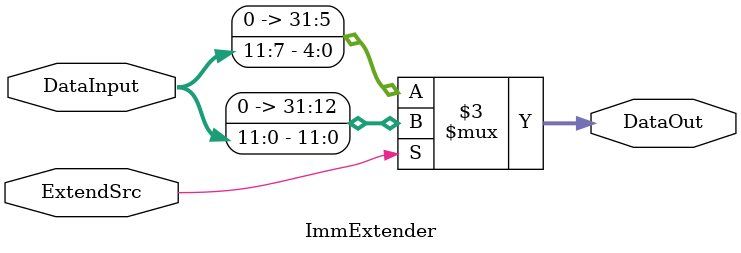
<source format=v>
module ImmExtender(DataInput,
						 DataOut,
						 ExtendSrc);

input ExtendSrc;

input [11:0] DataInput;

output reg [31:0] DataOut;

always @ (*) begin
		
		if(ExtendSrc) begin
							DataOut={20'd0,DataInput};	//extend for mem
						  end
		else 	begin
				DataOut={27'd0,DataInput[11:7]};	//extend for shift
				end
				
end

endmodule
</source>
